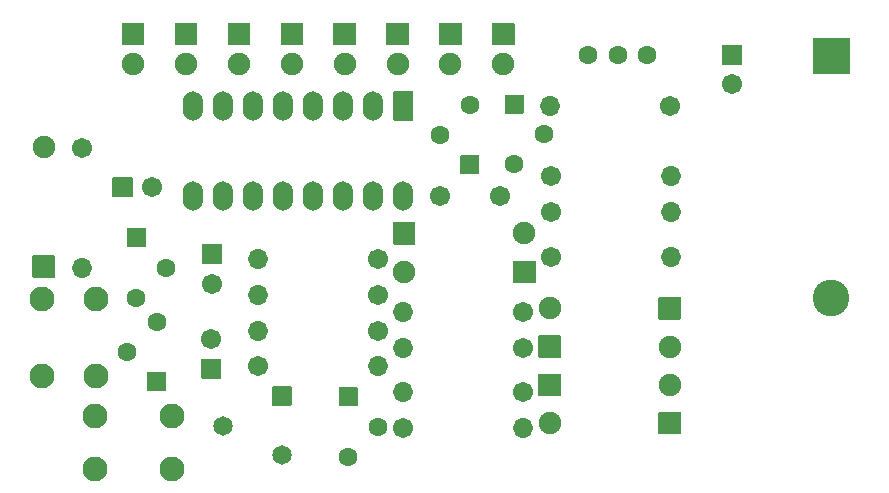
<source format=gbr>
G04 #@! TF.GenerationSoftware,KiCad,Pcbnew,5.1.9+dfsg1-1~bpo10+1~rpt1*
G04 #@! TF.CreationDate,2023-12-07T15:42:06+00:00*
G04 #@! TF.ProjectId,KILL_THE_BIT_LOGIC,4b494c4c-5f54-4484-955f-4249545f4c4f,rev?*
G04 #@! TF.SameCoordinates,Original*
G04 #@! TF.FileFunction,Soldermask,Bot*
G04 #@! TF.FilePolarity,Negative*
%FSLAX46Y46*%
G04 Gerber Fmt 4.6, Leading zero omitted, Abs format (unit mm)*
G04 Created by KiCad (PCBNEW 5.1.9+dfsg1-1~bpo10+1~rpt1) date 2023-12-07 15:42:06*
%MOMM*%
%LPD*%
G01*
G04 APERTURE LIST*
%ADD10C,1.602000*%
%ADD11C,3.102000*%
%ADD12C,1.702000*%
%ADD13O,1.902000X1.902000*%
%ADD14C,1.902000*%
%ADD15O,1.702000X1.702000*%
%ADD16C,2.102000*%
%ADD17O,1.702000X2.502000*%
%ADD18C,1.652000*%
G04 APERTURE END LIST*
D10*
X159500000Y-77030000D03*
X157000000Y-77030000D03*
X154500000Y-77030000D03*
D11*
X175090166Y-97615001D03*
G36*
G01*
X173590166Y-75574001D02*
X176590166Y-75574001D01*
G75*
G02*
X176641166Y-75625001I0J-51000D01*
G01*
X176641166Y-78625001D01*
G75*
G02*
X176590166Y-78676001I-51000J0D01*
G01*
X173590166Y-78676001D01*
G75*
G02*
X173539166Y-78625001I0J51000D01*
G01*
X173539166Y-75625001D01*
G75*
G02*
X173590166Y-75574001I51000J0D01*
G01*
G37*
G36*
G01*
X165890000Y-76179000D02*
X167490000Y-76179000D01*
G75*
G02*
X167541000Y-76230000I0J-51000D01*
G01*
X167541000Y-77830000D01*
G75*
G02*
X167490000Y-77881000I-51000J0D01*
G01*
X165890000Y-77881000D01*
G75*
G02*
X165839000Y-77830000I0J51000D01*
G01*
X165839000Y-76230000D01*
G75*
G02*
X165890000Y-76179000I51000J0D01*
G01*
G37*
D12*
X166690000Y-79530000D03*
X147010000Y-88950000D03*
X142010000Y-88950000D03*
X122660000Y-96430000D03*
G36*
G01*
X121860000Y-93079000D02*
X123460000Y-93079000D01*
G75*
G02*
X123511000Y-93130000I0J-51000D01*
G01*
X123511000Y-94730000D01*
G75*
G02*
X123460000Y-94781000I-51000J0D01*
G01*
X121860000Y-94781000D01*
G75*
G02*
X121809000Y-94730000I0J51000D01*
G01*
X121809000Y-93130000D01*
G75*
G02*
X121860000Y-93079000I51000J0D01*
G01*
G37*
G36*
G01*
X123410000Y-104471000D02*
X121810000Y-104471000D01*
G75*
G02*
X121759000Y-104420000I0J51000D01*
G01*
X121759000Y-102820000D01*
G75*
G02*
X121810000Y-102769000I51000J0D01*
G01*
X123410000Y-102769000D01*
G75*
G02*
X123461000Y-102820000I0J-51000D01*
G01*
X123461000Y-104420000D01*
G75*
G02*
X123410000Y-104471000I-51000J0D01*
G01*
G37*
X122610000Y-101120000D03*
X117590000Y-88260000D03*
G36*
G01*
X114239000Y-89060000D02*
X114239000Y-87460000D01*
G75*
G02*
X114290000Y-87409000I51000J0D01*
G01*
X115890000Y-87409000D01*
G75*
G02*
X115941000Y-87460000I0J-51000D01*
G01*
X115941000Y-89060000D01*
G75*
G02*
X115890000Y-89111000I-51000J0D01*
G01*
X114290000Y-89111000D01*
G75*
G02*
X114239000Y-89060000I0J51000D01*
G01*
G37*
D13*
X108410000Y-84800000D03*
G36*
G01*
X109310000Y-95911000D02*
X107510000Y-95911000D01*
G75*
G02*
X107459000Y-95860000I0J51000D01*
G01*
X107459000Y-94060000D01*
G75*
G02*
X107510000Y-94009000I51000J0D01*
G01*
X109310000Y-94009000D01*
G75*
G02*
X109361000Y-94060000I0J-51000D01*
G01*
X109361000Y-95860000D01*
G75*
G02*
X109310000Y-95911000I-51000J0D01*
G01*
G37*
G36*
G01*
X137989000Y-93050000D02*
X137989000Y-91250000D01*
G75*
G02*
X138040000Y-91199000I51000J0D01*
G01*
X139840000Y-91199000D01*
G75*
G02*
X139891000Y-91250000I0J-51000D01*
G01*
X139891000Y-93050000D01*
G75*
G02*
X139840000Y-93101000I-51000J0D01*
G01*
X138040000Y-93101000D01*
G75*
G02*
X137989000Y-93050000I0J51000D01*
G01*
G37*
X149100000Y-92150000D03*
X151250000Y-98500000D03*
G36*
G01*
X162361000Y-97600000D02*
X162361000Y-99400000D01*
G75*
G02*
X162310000Y-99451000I-51000J0D01*
G01*
X160510000Y-99451000D01*
G75*
G02*
X160459000Y-99400000I0J51000D01*
G01*
X160459000Y-97600000D01*
G75*
G02*
X160510000Y-97549000I51000J0D01*
G01*
X162310000Y-97549000D01*
G75*
G02*
X162361000Y-97600000I0J-51000D01*
G01*
G37*
D14*
X147330000Y-77830000D03*
G36*
G01*
X146430000Y-74339000D02*
X148230000Y-74339000D01*
G75*
G02*
X148281000Y-74390000I0J-51000D01*
G01*
X148281000Y-76190000D01*
G75*
G02*
X148230000Y-76241000I-51000J0D01*
G01*
X146430000Y-76241000D01*
G75*
G02*
X146379000Y-76190000I0J51000D01*
G01*
X146379000Y-74390000D01*
G75*
G02*
X146430000Y-74339000I51000J0D01*
G01*
G37*
G36*
G01*
X141951429Y-74339000D02*
X143751429Y-74339000D01*
G75*
G02*
X143802429Y-74390000I0J-51000D01*
G01*
X143802429Y-76190000D01*
G75*
G02*
X143751429Y-76241000I-51000J0D01*
G01*
X141951429Y-76241000D01*
G75*
G02*
X141900429Y-76190000I0J51000D01*
G01*
X141900429Y-74390000D01*
G75*
G02*
X141951429Y-74339000I51000J0D01*
G01*
G37*
X142851429Y-77830000D03*
X138372858Y-77830000D03*
G36*
G01*
X137472858Y-74339000D02*
X139272858Y-74339000D01*
G75*
G02*
X139323858Y-74390000I0J-51000D01*
G01*
X139323858Y-76190000D01*
G75*
G02*
X139272858Y-76241000I-51000J0D01*
G01*
X137472858Y-76241000D01*
G75*
G02*
X137421858Y-76190000I0J51000D01*
G01*
X137421858Y-74390000D01*
G75*
G02*
X137472858Y-74339000I51000J0D01*
G01*
G37*
G36*
G01*
X132994287Y-74339000D02*
X134794287Y-74339000D01*
G75*
G02*
X134845287Y-74390000I0J-51000D01*
G01*
X134845287Y-76190000D01*
G75*
G02*
X134794287Y-76241000I-51000J0D01*
G01*
X132994287Y-76241000D01*
G75*
G02*
X132943287Y-76190000I0J51000D01*
G01*
X132943287Y-74390000D01*
G75*
G02*
X132994287Y-74339000I51000J0D01*
G01*
G37*
X133894287Y-77830000D03*
X129415716Y-77830000D03*
G36*
G01*
X128515716Y-74339000D02*
X130315716Y-74339000D01*
G75*
G02*
X130366716Y-74390000I0J-51000D01*
G01*
X130366716Y-76190000D01*
G75*
G02*
X130315716Y-76241000I-51000J0D01*
G01*
X128515716Y-76241000D01*
G75*
G02*
X128464716Y-76190000I0J51000D01*
G01*
X128464716Y-74390000D01*
G75*
G02*
X128515716Y-74339000I51000J0D01*
G01*
G37*
G36*
G01*
X124037145Y-74339000D02*
X125837145Y-74339000D01*
G75*
G02*
X125888145Y-74390000I0J-51000D01*
G01*
X125888145Y-76190000D01*
G75*
G02*
X125837145Y-76241000I-51000J0D01*
G01*
X124037145Y-76241000D01*
G75*
G02*
X123986145Y-76190000I0J51000D01*
G01*
X123986145Y-74390000D01*
G75*
G02*
X124037145Y-74339000I51000J0D01*
G01*
G37*
X124937145Y-77830000D03*
G36*
G01*
X119558574Y-74339000D02*
X121358574Y-74339000D01*
G75*
G02*
X121409574Y-74390000I0J-51000D01*
G01*
X121409574Y-76190000D01*
G75*
G02*
X121358574Y-76241000I-51000J0D01*
G01*
X119558574Y-76241000D01*
G75*
G02*
X119507574Y-76190000I0J51000D01*
G01*
X119507574Y-74390000D01*
G75*
G02*
X119558574Y-74339000I51000J0D01*
G01*
G37*
X120458574Y-77830000D03*
X115980003Y-77830000D03*
G36*
G01*
X115080003Y-74339000D02*
X116880003Y-74339000D01*
G75*
G02*
X116931003Y-74390000I0J-51000D01*
G01*
X116931003Y-76190000D01*
G75*
G02*
X116880003Y-76241000I-51000J0D01*
G01*
X115080003Y-76241000D01*
G75*
G02*
X115029003Y-76190000I0J51000D01*
G01*
X115029003Y-74390000D01*
G75*
G02*
X115080003Y-74339000I51000J0D01*
G01*
G37*
D13*
X161410000Y-101743333D03*
G36*
G01*
X150299000Y-102643333D02*
X150299000Y-100843333D01*
G75*
G02*
X150350000Y-100792333I51000J0D01*
G01*
X152150000Y-100792333D01*
G75*
G02*
X152201000Y-100843333I0J-51000D01*
G01*
X152201000Y-102643333D01*
G75*
G02*
X152150000Y-102694333I-51000J0D01*
G01*
X150350000Y-102694333D01*
G75*
G02*
X150299000Y-102643333I0J51000D01*
G01*
G37*
X151250000Y-108229999D03*
G36*
G01*
X162361000Y-107329999D02*
X162361000Y-109129999D01*
G75*
G02*
X162310000Y-109180999I-51000J0D01*
G01*
X160510000Y-109180999D01*
G75*
G02*
X160459000Y-109129999I0J51000D01*
G01*
X160459000Y-107329999D01*
G75*
G02*
X160510000Y-107278999I51000J0D01*
G01*
X162310000Y-107278999D01*
G75*
G02*
X162361000Y-107329999I0J-51000D01*
G01*
G37*
G36*
G01*
X150299000Y-105886666D02*
X150299000Y-104086666D01*
G75*
G02*
X150350000Y-104035666I51000J0D01*
G01*
X152150000Y-104035666D01*
G75*
G02*
X152201000Y-104086666I0J-51000D01*
G01*
X152201000Y-105886666D01*
G75*
G02*
X152150000Y-105937666I-51000J0D01*
G01*
X150350000Y-105937666D01*
G75*
G02*
X150299000Y-105886666I0J51000D01*
G01*
G37*
X161410000Y-104986666D03*
G36*
G01*
X150071000Y-94510000D02*
X150071000Y-96310000D01*
G75*
G02*
X150020000Y-96361000I-51000J0D01*
G01*
X148220000Y-96361000D01*
G75*
G02*
X148169000Y-96310000I0J51000D01*
G01*
X148169000Y-94510000D01*
G75*
G02*
X148220000Y-94459000I51000J0D01*
G01*
X150020000Y-94459000D01*
G75*
G02*
X150071000Y-94510000I0J-51000D01*
G01*
G37*
X138960000Y-95410000D03*
D10*
X141950000Y-83800000D03*
X144490000Y-81260000D03*
G36*
G01*
X145291000Y-85590000D02*
X145291000Y-87090000D01*
G75*
G02*
X145240000Y-87141000I-51000J0D01*
G01*
X143740000Y-87141000D01*
G75*
G02*
X143689000Y-87090000I0J51000D01*
G01*
X143689000Y-85590000D01*
G75*
G02*
X143740000Y-85539000I51000J0D01*
G01*
X145240000Y-85539000D01*
G75*
G02*
X145291000Y-85590000I0J-51000D01*
G01*
G37*
X118810000Y-95050000D03*
X116270000Y-97590000D03*
G36*
G01*
X115469000Y-93260000D02*
X115469000Y-91760000D01*
G75*
G02*
X115520000Y-91709000I51000J0D01*
G01*
X117020000Y-91709000D01*
G75*
G02*
X117071000Y-91760000I0J-51000D01*
G01*
X117071000Y-93260000D01*
G75*
G02*
X117020000Y-93311000I-51000J0D01*
G01*
X115520000Y-93311000D01*
G75*
G02*
X115469000Y-93260000I0J51000D01*
G01*
G37*
G36*
G01*
X147449000Y-81970000D02*
X147449000Y-80470000D01*
G75*
G02*
X147500000Y-80419000I51000J0D01*
G01*
X149000000Y-80419000D01*
G75*
G02*
X149051000Y-80470000I0J-51000D01*
G01*
X149051000Y-81970000D01*
G75*
G02*
X149000000Y-82021000I-51000J0D01*
G01*
X147500000Y-82021000D01*
G75*
G02*
X147449000Y-81970000I0J51000D01*
G01*
G37*
X148250000Y-86300000D03*
X150790000Y-83760000D03*
G36*
G01*
X118771000Y-103950000D02*
X118771000Y-105450000D01*
G75*
G02*
X118720000Y-105501000I-51000J0D01*
G01*
X117220000Y-105501000D01*
G75*
G02*
X117169000Y-105450000I0J51000D01*
G01*
X117169000Y-103950000D01*
G75*
G02*
X117220000Y-103899000I51000J0D01*
G01*
X118720000Y-103899000D01*
G75*
G02*
X118771000Y-103950000I0J-51000D01*
G01*
G37*
X117970000Y-99620000D03*
X115430000Y-102160000D03*
G36*
G01*
X133389000Y-106730000D02*
X133389000Y-105230000D01*
G75*
G02*
X133440000Y-105179000I51000J0D01*
G01*
X134940000Y-105179000D01*
G75*
G02*
X134991000Y-105230000I0J-51000D01*
G01*
X134991000Y-106730000D01*
G75*
G02*
X134940000Y-106781000I-51000J0D01*
G01*
X133440000Y-106781000D01*
G75*
G02*
X133389000Y-106730000I0J51000D01*
G01*
G37*
X134190000Y-111060000D03*
X136730000Y-108520000D03*
D15*
X161520000Y-90330000D03*
D12*
X151360000Y-90330000D03*
D15*
X151240000Y-81370000D03*
D12*
X161400000Y-81370000D03*
D15*
X126530000Y-97346668D03*
D12*
X136690000Y-97346668D03*
D15*
X126530000Y-94310002D03*
D12*
X136690000Y-94310002D03*
X151360000Y-87270000D03*
D15*
X161520000Y-87270000D03*
D12*
X126530000Y-103420000D03*
D15*
X136690000Y-103420000D03*
D12*
X151350000Y-94190000D03*
D15*
X161510000Y-94190000D03*
X126530000Y-100383334D03*
D12*
X136690000Y-100383334D03*
X149030000Y-98790000D03*
D15*
X138870000Y-98790000D03*
D12*
X111620000Y-84900000D03*
D15*
X111620000Y-95060000D03*
D12*
X149030000Y-101820000D03*
D15*
X138870000Y-101820000D03*
X148970000Y-108590000D03*
D12*
X138810000Y-108590000D03*
D15*
X138810000Y-105560000D03*
D12*
X148970000Y-105560000D03*
D16*
X112810000Y-104200000D03*
X108310000Y-104200000D03*
X112810000Y-97700000D03*
X108310000Y-97700000D03*
X112740000Y-112090000D03*
X112740000Y-107590000D03*
X119240000Y-112090000D03*
X119240000Y-107590000D03*
G36*
G01*
X138070000Y-80109000D02*
X139670000Y-80109000D01*
G75*
G02*
X139721000Y-80160000I0J-51000D01*
G01*
X139721000Y-82560000D01*
G75*
G02*
X139670000Y-82611000I-51000J0D01*
G01*
X138070000Y-82611000D01*
G75*
G02*
X138019000Y-82560000I0J51000D01*
G01*
X138019000Y-80160000D01*
G75*
G02*
X138070000Y-80109000I51000J0D01*
G01*
G37*
D17*
X121090000Y-88980000D03*
X136330000Y-81360000D03*
X123630000Y-88980000D03*
X133790000Y-81360000D03*
X126170000Y-88980000D03*
X131250000Y-81360000D03*
X128710000Y-88980000D03*
X128710000Y-81360000D03*
X131250000Y-88980000D03*
X126170000Y-81360000D03*
X133790000Y-88980000D03*
X123630000Y-81360000D03*
X136330000Y-88980000D03*
X121090000Y-81360000D03*
X138870000Y-88980000D03*
D18*
X128580000Y-110940000D03*
G36*
G01*
X127805000Y-105114000D02*
X129355000Y-105114000D01*
G75*
G02*
X129406000Y-105165000I0J-51000D01*
G01*
X129406000Y-106715000D01*
G75*
G02*
X129355000Y-106766000I-51000J0D01*
G01*
X127805000Y-106766000D01*
G75*
G02*
X127754000Y-106715000I0J51000D01*
G01*
X127754000Y-105165000D01*
G75*
G02*
X127805000Y-105114000I51000J0D01*
G01*
G37*
X123580000Y-108440000D03*
M02*

</source>
